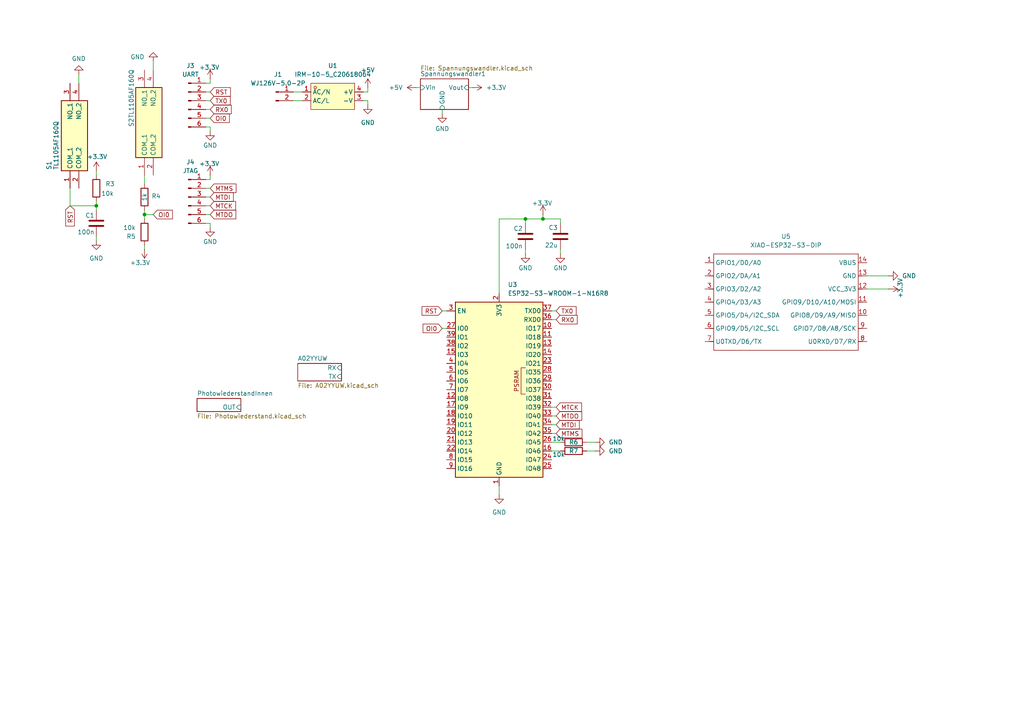
<source format=kicad_sch>
(kicad_sch (version 20250114) (generator "eeschema") (generator_version "9.0")
  (paper "A4")
  (lib_symbols
    (symbol "Connector:Conn_01x02_Pin" (pin_names (offset 1.016) (hide yes))
      (property "Reference" "J" (at 0 2.54 0))
      (property "Value" "Conn_01x02_Pin" (at 0 -5.08 0))
      (symbol "Conn_01x02_Pin_1_1"
        (rectangle (start 0.8636 0.127) (end 0 -0.127) (stroke (width 0.1524)) (fill (type outline)))
        (rectangle (start 0.8636 -2.413) (end 0 -2.667) (stroke (width 0.1524)) (fill (type outline)))
        (polyline (pts (xy 1.27 0) (xy 0.8636 0)) (stroke (width 0.1524)))
        (polyline (pts (xy 1.27 -2.54) (xy 0.8636 -2.54)) (stroke (width 0.1524)))
        (pin passive line (at 5.08 0 180) (length 3.81) (name "Pin_1") (number "1"))
        (pin passive line (at 5.08 -2.54 180) (length 3.81) (name "Pin_2") (number "2"))
      )
    )
    (symbol "Connector:Conn_01x06_Pin" (pin_names (offset 1.016) (hide yes))
      (property "Reference" "J" (at 0 7.62 0))
      (property "Value" "Conn_01x06_Pin" (at 0 -10.16 0))
      (symbol "Conn_01x06_Pin_1_1"
        (rectangle (start 0.8636 5.207) (end 0 4.953) (stroke (width 0.1524)) (fill (type outline)))
        (rectangle (start 0.8636 2.667) (end 0 2.413) (stroke (width 0.1524)) (fill (type outline)))
        (rectangle (start 0.8636 0.127) (end 0 -0.127) (stroke (width 0.1524)) (fill (type outline)))
        (rectangle (start 0.8636 -2.413) (end 0 -2.667) (stroke (width 0.1524)) (fill (type outline)))
        (rectangle (start 0.8636 -4.953) (end 0 -5.207) (stroke (width 0.1524)) (fill (type outline)))
        (rectangle (start 0.8636 -7.493) (end 0 -7.747) (stroke (width 0.1524)) (fill (type outline)))
        (polyline (pts (xy 1.27 5.08) (xy 0.8636 5.08)) (stroke (width 0.1524)))
        (polyline (pts (xy 1.27 2.54) (xy 0.8636 2.54)) (stroke (width 0.1524)))
        (polyline (pts (xy 1.27 0) (xy 0.8636 0)) (stroke (width 0.1524)))
        (polyline (pts (xy 1.27 -2.54) (xy 0.8636 -2.54)) (stroke (width 0.1524)))
        (polyline (pts (xy 1.27 -5.08) (xy 0.8636 -5.08)) (stroke (width 0.1524)))
        (polyline (pts (xy 1.27 -7.62) (xy 0.8636 -7.62)) (stroke (width 0.1524)))
        (pin passive line (at 5.08 5.08 180) (length 3.81) (name "Pin_1") (number "1"))
        (pin passive line (at 5.08 2.54 180) (length 3.81) (name "Pin_2") (number "2"))
        (pin passive line (at 5.08 0 180) (length 3.81) (name "Pin_3") (number "3"))
        (pin passive line (at 5.08 -2.54 180) (length 3.81) (name "Pin_4") (number "4"))
        (pin passive line (at 5.08 -5.08 180) (length 3.81) (name "Pin_5") (number "5"))
        (pin passive line (at 5.08 -7.62 180) (length 3.81) (name "Pin_6") (number "6"))
      )
    )
    (symbol "Device:C" (pin_numbers (hide yes)) (pin_names (offset 0.254))
      (property "Reference" "C" (at 0.635 2.54 0))
      (property "Value" "C" (at 0.635 -2.54 0))
      (symbol "C_0_1"
        (polyline (pts (xy -2.032 0.762) (xy 2.032 0.762)) (stroke (width 0.508)))
        (polyline (pts (xy -2.032 -0.762) (xy 2.032 -0.762)) (stroke (width 0.508)))
      )
      (symbol "C_1_1"
        (pin passive line (at 0 3.81 270) (length 2.794) (name "~") (number "1"))
        (pin passive line (at 0 -3.81 90) (length 2.794) (name "~") (number "2"))
      )
    )
    (symbol "Device:R" (pin_numbers (hide yes)) (pin_names (offset 0))
      (property "Reference" "R" (at 2.032 0 90))
      (property "Value" "R" (at 0 0 90))
      (symbol "R_0_1"
        (rectangle (start -1.016 -2.54) (end 1.016 2.54) (stroke (width 0.254)))
      )
      (symbol "R_1_1"
        (pin passive line (at 0 3.81 270) (length 1.27) (name "~") (number "1"))
        (pin passive line (at 0 -3.81 90) (length 1.27) (name "~") (number "2"))
      )
    )
    (symbol "Felix:IRM-10-5_C20618064"
      (property "Reference" "U" (at 0 7.62 0))
      (property "Value" "IRM-10-5_C20618064" (at 0 -5.08 0))
      (symbol "IRM-10-5_C20618064_0_1"
        (rectangle (start -7.62 5.08) (end 5.08 -2.54) (fill (type background)))
        (circle (center -6.35 3.81) (radius 0.38))
        (pin unspecified line (at -10.16 2.54 0) (length 2.54) (name "AC/N") (number "1"))
        (pin unspecified line (at -10.16 0 0) (length 2.54) (name "AC/L") (number "2"))
        (pin unspecified line (at 7.62 2.54 180) (length 2.54) (name "+V") (number "4"))
        (pin unspecified line (at 7.62 0 180) (length 2.54) (name "-V") (number "3"))
      )
    )
    (symbol "RF_Module:ESP32-S3-WROOM-1"
      (property "Reference" "U" (at -12.7 26.67 0))
      (property "Value" "ESP32-S3-WROOM-1" (at 12.7 26.67 0))
      (symbol "ESP32-S3-WROOM-1_0_0"
        (rectangle (start -12.7 25.4) (end 12.7 -25.4) (stroke (width 0.254)) (fill (type background)))
        (text "PSRAM" (at 5.08 2.54 900) (effects (font (size 1.27 1.27))))
      )
      (symbol "ESP32-S3-WROOM-1_0_1"
        (polyline (pts (xy 7.62 -1.27) (xy 6.35 -1.27) (xy 6.35 6.35) (xy 7.62 6.35)))
      )
      (symbol "ESP32-S3-WROOM-1_1_1"
        (pin input line (at -15.24 22.86 0) (length 2.54) (name "EN") (number "3"))
        (pin bidirectional line (at -15.24 17.78 0) (length 2.54) (name "IO0") (number "27"))
        (pin bidirectional line (at -15.24 15.24 0) (length 2.54) (name "IO1") (number "39"))
        (pin bidirectional line (at -15.24 12.7 0) (length 2.54) (name "IO2") (number "38"))
        (pin bidirectional line (at -15.24 10.16 0) (length 2.54) (name "IO3") (number "15"))
        (pin bidirectional line (at -15.24 7.62 0) (length 2.54) (name "IO4") (number "4"))
        (pin bidirectional line (at -15.24 5.08 0) (length 2.54) (name "IO5") (number "5"))
        (pin bidirectional line (at -15.24 2.54 0) (length 2.54) (name "IO6") (number "6"))
        (pin bidirectional line (at -15.24 0 0) (length 2.54) (name "IO7") (number "7"))
        (pin bidirectional line (at -15.24 -2.54 0) (length 2.54) (name "IO8") (number "12"))
        (pin bidirectional line (at -15.24 -5.08 0) (length 2.54) (name "IO9") (number "17"))
        (pin bidirectional line (at -15.24 -7.62 0) (length 2.54) (name "IO10") (number "18"))
        (pin bidirectional line (at -15.24 -10.16 0) (length 2.54) (name "IO11") (number "19"))
        (pin bidirectional line (at -15.24 -12.7 0) (length 2.54) (name "IO12") (number "20"))
        (pin bidirectional line (at -15.24 -15.24 0) (length 2.54) (name "IO13") (number "21"))
        (pin bidirectional line (at -15.24 -17.78 0) (length 2.54) (name "IO14") (number "22"))
        (pin bidirectional line (at -15.24 -20.32 0) (length 2.54) (name "IO15") (number "8"))
        (pin bidirectional line (at -15.24 -22.86 0) (length 2.54) (name "IO16") (number "9"))
        (pin power_in line (at 0 27.94 270) (length 2.54) (name "3V3") (number "2"))
        (pin power_in line (at 0 -27.94 90) (length 2.54) (name "GND") (number "1"))
        (pin passive line (at 0 -27.94 90) (length 2.54) (hide yes) (name "GND") (number "40"))
        (pin passive line (at 0 -27.94 90) (length 2.54) (hide yes) (name "GND") (number "41"))
        (pin bidirectional line (at 15.24 22.86 180) (length 2.54) (name "TXD0") (number "37"))
        (pin bidirectional line (at 15.24 20.32 180) (length 2.54) (name "RXD0") (number "36"))
        (pin bidirectional line (at 15.24 17.78 180) (length 2.54) (name "IO17") (number "10"))
        (pin bidirectional line (at 15.24 15.24 180) (length 2.54) (name "IO18") (number "11"))
        (pin bidirectional line (at 15.24 12.7 180) (length 2.54) (name "IO19") (number "13"))
        (pin bidirectional line (at 15.24 10.16 180) (length 2.54) (name "IO20") (number "14"))
        (pin bidirectional line (at 15.24 7.62 180) (length 2.54) (name "IO21") (number "23"))
        (pin bidirectional line (at 15.24 5.08 180) (length 2.54) (name "IO35") (number "28"))
        (pin bidirectional line (at 15.24 2.54 180) (length 2.54) (name "IO36") (number "29"))
        (pin bidirectional line (at 15.24 0 180) (length 2.54) (name "IO37") (number "30"))
        (pin bidirectional line (at 15.24 -2.54 180) (length 2.54) (name "IO38") (number "31"))
        (pin bidirectional line (at 15.24 -5.08 180) (length 2.54) (name "IO39") (number "32"))
        (pin bidirectional line (at 15.24 -7.62 180) (length 2.54) (name "IO40") (number "33"))
        (pin bidirectional line (at 15.24 -10.16 180) (length 2.54) (name "IO41") (number "34"))
        (pin bidirectional line (at 15.24 -12.7 180) (length 2.54) (name "IO42") (number "35"))
        (pin bidirectional line (at 15.24 -15.24 180) (length 2.54) (name "IO45") (number "26"))
        (pin bidirectional line (at 15.24 -17.78 180) (length 2.54) (name "IO46") (number "16"))
        (pin bidirectional line (at 15.24 -20.32 180) (length 2.54) (name "IO47") (number "24"))
        (pin bidirectional line (at 15.24 -22.86 180) (length 2.54) (name "IO48") (number "25"))
      )
    )
    (symbol "TL1105AF160Q:TL1105AF160Q"
      (property "Reference" "S" (at 26.67 7.62 0))
      (property "Value" "TL1105AF160Q" (at 26.67 5.08 0))
      (symbol "TL1105AF160Q_1_1"
        (rectangle (start 5.08 2.54) (end 25.4 -5.08) (stroke (width 0.254)) (fill (type background)))
        (pin passive line (at 0 0 0) (length 5.08) (name "COM_1") (number "1"))
        (pin passive line (at 0 -2.54 0) (length 5.08) (name "COM_2") (number "2"))
        (pin passive line (at 30.48 0 180) (length 5.08) (name "NO_1") (number "3"))
        (pin passive line (at 30.48 -2.54 180) (length 5.08) (name "NO_2") (number "4"))
      )
    )
    (symbol "XIAO-ESP32-S3-DIP_1"
      (property "Reference" "U" (at 1.27 0.508 0))
      (property "Value" "XIAO-ESP32-S3-DIP" (at 9.652 -1.778 0))
      (symbol "XIAO-ESP32-S3-DIP_1_1_0"
        (polyline (pts (xy 0 -2.54) (xy 41.91 -2.54)) (stroke (width 0.1524)))
        (polyline (pts (xy 0 -5.08) (xy -1.27 -5.08)) (stroke (width 0.1524)))
        (polyline (pts (xy 0 -5.08) (xy 0 -2.54)) (stroke (width 0.1524)))
        (polyline (pts (xy 0 -8.89) (xy -1.27 -8.89)) (stroke (width 0.1524)))
        (polyline (pts (xy 0 -8.89) (xy 0 -5.08)) (stroke (width 0.1524)))
        (polyline (pts (xy 0 -12.7) (xy -1.27 -12.7)) (stroke (width 0.1524)))
        (polyline (pts (xy 0 -12.7) (xy 0 -8.89)) (stroke (width 0.1524)))
        (polyline (pts (xy 0 -16.51) (xy -1.27 -16.51)) (stroke (width 0.1524)))
        (polyline (pts (xy 0 -16.51) (xy 0 -12.7)) (stroke (width 0.1524)))
        (polyline (pts (xy 0 -20.32) (xy -1.27 -20.32)) (stroke (width 0.1524)))
        (polyline (pts (xy 0 -24.13) (xy -1.27 -24.13)) (stroke (width 0.1524)))
        (polyline (pts (xy 0 -27.94) (xy -1.27 -27.94)) (stroke (width 0.1524)))
        (polyline (pts (xy 0 -30.48) (xy 0 -16.51)) (stroke (width 0.1524)))
        (polyline (pts (xy 41.91 -2.54) (xy 41.91 -5.08)) (stroke (width 0.1524)))
        (polyline (pts (xy 41.91 -5.08) (xy 41.91 -8.89)) (stroke (width 0.1524)))
        (polyline (pts (xy 41.91 -8.89) (xy 41.91 -12.7)) (stroke (width 0.1524)))
        (polyline (pts (xy 41.91 -12.7) (xy 41.91 -30.48)) (stroke (width 0.1524)))
        (polyline (pts (xy 41.91 -30.48) (xy 0 -30.48)) (stroke (width 0.1524)))
        (polyline (pts (xy 43.18 -5.08) (xy 41.91 -5.08)) (stroke (width 0.1524)))
        (polyline (pts (xy 43.18 -8.89) (xy 41.91 -8.89)) (stroke (width 0.1524)))
        (polyline (pts (xy 43.18 -12.7) (xy 41.91 -12.7)) (stroke (width 0.1524)))
        (polyline (pts (xy 43.18 -16.51) (xy 41.91 -16.51)) (stroke (width 0.1524)))
        (polyline (pts (xy 43.18 -20.32) (xy 41.91 -20.32)) (stroke (width 0.1524)))
        (polyline (pts (xy 43.18 -24.13) (xy 41.91 -24.13)) (stroke (width 0.1524)))
        (polyline (pts (xy 43.18 -27.94) (xy 41.91 -27.94)) (stroke (width 0.1524)))
        (pin passive line (at -2.54 -5.08 0) (length 2.54) (name "GPIO1/D0/A0") (number "1"))
        (pin passive line (at -2.54 -8.89 0) (length 2.54) (name "GPIO2/DA/A1") (number "2"))
        (pin passive line (at -2.54 -12.7 0) (length 2.54) (name "GPIO3/D2/A2") (number "3"))
        (pin passive line (at -2.54 -16.51 0) (length 2.54) (name "GPIO4/D3/A3") (number "4"))
        (pin passive line (at -2.54 -20.32 0) (length 2.54) (name "GPIO5/D4/I2C_SDA") (number "5"))
        (pin passive line (at -2.54 -24.13 0) (length 2.54) (name "GPIO9/D5/I2C_SCL") (number "6"))
        (pin passive line (at -2.54 -27.94 0) (length 2.54) (name "U0TXD/D6/TX") (number "7"))
        (pin passive line (at 44.45 -5.08 180) (length 2.54) (name "VBUS") (number "14"))
        (pin passive line (at 44.45 -8.89 180) (length 2.54) (name "GND") (number "13"))
        (pin passive line (at 44.45 -12.7 180) (length 2.54) (name "VCC_3V3") (number "12"))
        (pin passive line (at 44.45 -16.51 180) (length 2.54) (name "GPIO9/D10/A10/MOSI") (number "11"))
        (pin passive line (at 44.45 -20.32 180) (length 2.54) (name "GPIO8/D9/A9/MISO") (number "10"))
        (pin passive line (at 44.45 -24.13 180) (length 2.54) (name "GPIO7/D8/A8/SCK") (number "9"))
        (pin passive line (at 44.45 -27.94 180) (length 2.54) (name "U0RXD/D7/RX") (number "8"))
      )
    )
    (symbol "power:+3.3V" (power) (pin_numbers (hide yes)) (pin_names (offset 0) (hide yes))
      (property "Value" "+3.3V" (at 0 3.556 0))
      (symbol "+3.3V_0_1"
        (polyline (pts (xy -0.762 1.27) (xy 0 2.54)))
        (polyline (pts (xy 0 2.54) (xy 0.762 1.27)))
        (polyline (pts (xy 0 0) (xy 0 2.54)))
      )
      (symbol "+3.3V_1_1"
        (pin power_in line (at 0 0 90) (length 0) (name "~") (number "1"))
      )
    )
    (symbol "power:+5V" (power) (pin_numbers (hide yes)) (pin_names (offset 0) (hide yes))
      (property "Value" "+5V" (at 0 3.556 0))
      (symbol "+5V_0_1"
        (polyline (pts (xy -0.762 1.27) (xy 0 2.54)))
        (polyline (pts (xy 0 2.54) (xy 0.762 1.27)))
        (polyline (pts (xy 0 0) (xy 0 2.54)))
      )
      (symbol "+5V_1_1"
        (pin power_in line (at 0 0 90) (length 0) (name "~") (number "1"))
      )
    )
    (symbol "power:GND" (power) (pin_numbers (hide yes)) (pin_names (offset 0) (hide yes))
      (property "Value" "GND" (at 0 -3.81 0))
      (symbol "GND_0_1"
        (polyline (pts (xy 0 0) (xy 0 -1.27) (xy 1.27 -1.27) (xy 0 -2.54) (xy -1.27 -1.27) (xy 0 -1.27)))
      )
      (symbol "GND_1_1"
        (pin power_in line (at 0 0 270) (length 0) (name "~") (number "1"))
      )
    )
  )
  (junction (at 41.91 62.23))
  (junction (at 152.4 63.5))
  (junction (at 27.94 59.69))
  (junction (at 157.48 63.5))
  (wire (pts (xy 170.18 130.81) (xy 172.72 130.81)))
  (wire (pts (xy 152.4 63.5) (xy 157.48 63.5)))
  (wire (pts (xy 106.68 25.4) (xy 106.68 26.67)))
  (wire (pts (xy 20.32 59.69) (xy 27.94 59.69)))
  (wire (pts (xy 60.96 34.29) (xy 59.69 34.29)))
  (wire (pts (xy 60.96 57.15) (xy 59.69 57.15)))
  (wire (pts (xy 60.96 36.83) (xy 60.96 38.1)))
  (wire (pts (xy 60.96 59.69) (xy 59.69 59.69)))
  (wire (pts (xy 106.68 29.21) (xy 106.68 30.48)))
  (wire (pts (xy 162.56 73.66) (xy 162.56 72.39)))
  (wire (pts (xy 144.78 63.5) (xy 144.78 85.09)))
  (wire (pts (xy 251.46 80.01) (xy 257.81 80.01)))
  (wire (pts (xy 60.96 62.23) (xy 59.69 62.23)))
  (wire (pts (xy 60.96 50.8) (xy 60.96 52.07)))
  (wire (pts (xy 152.4 63.5) (xy 152.4 64.77)))
  (wire (pts (xy 44.45 20.32) (xy 44.45 17.78)))
  (wire (pts (xy 27.94 50.8) (xy 27.94 49.53)))
  (wire (pts (xy 144.78 140.97) (xy 144.78 143.51)))
  (wire (pts (xy 128.27 31.75) (xy 128.27 33.02)))
  (wire (pts (xy 59.69 64.77) (xy 60.96 64.77)))
  (wire (pts (xy 160.02 90.17) (xy 161.29 90.17)))
  (wire (pts (xy 60.96 24.13) (xy 59.69 24.13)))
  (wire (pts (xy 27.94 69.85) (xy 27.94 68.58)))
  (wire (pts (xy 59.69 36.83) (xy 60.96 36.83)))
  (wire (pts (xy 60.96 64.77) (xy 60.96 66.04)))
  (wire (pts (xy 162.56 63.5) (xy 162.56 64.77)))
  (wire (pts (xy 160.02 120.65) (xy 161.29 120.65)))
  (wire (pts (xy 41.91 62.23) (xy 41.91 63.5)))
  (wire (pts (xy 157.48 62.23) (xy 157.48 63.5)))
  (wire (pts (xy 160.02 130.81) (xy 162.56 130.81)))
  (wire (pts (xy 41.91 62.23) (xy 44.45 62.23)))
  (wire (pts (xy 251.46 83.82) (xy 257.81 83.82)))
  (wire (pts (xy 85.09 26.67) (xy 87.63 26.67)))
  (wire (pts (xy 27.94 60.96) (xy 27.94 59.69)))
  (wire (pts (xy 106.68 26.67) (xy 105.41 26.67)))
  (wire (pts (xy 105.41 29.21) (xy 106.68 29.21)))
  (wire (pts (xy 60.96 31.75) (xy 59.69 31.75)))
  (wire (pts (xy 170.18 128.27) (xy 172.72 128.27)))
  (wire (pts (xy 60.96 22.86) (xy 60.96 24.13)))
  (wire (pts (xy 27.94 58.42) (xy 27.94 59.69)))
  (wire (pts (xy 85.09 29.21) (xy 87.63 29.21)))
  (wire (pts (xy 41.91 72.39) (xy 41.91 71.12)))
  (wire (pts (xy 60.96 26.67) (xy 59.69 26.67)))
  (wire (pts (xy 120.65 25.4) (xy 121.92 25.4)))
  (wire (pts (xy 160.02 118.11) (xy 161.29 118.11)))
  (wire (pts (xy 20.32 54.61) (xy 20.32 59.69)))
  (wire (pts (xy 152.4 73.66) (xy 152.4 72.39)))
  (wire (pts (xy 160.02 125.73) (xy 161.29 125.73)))
  (wire (pts (xy 128.27 90.17) (xy 129.54 90.17)))
  (wire (pts (xy 22.86 24.13) (xy 22.86 21.59)))
  (wire (pts (xy 41.91 50.8) (xy 41.91 53.34)))
  (wire (pts (xy 41.91 60.96) (xy 41.91 62.23)))
  (wire (pts (xy 60.96 52.07) (xy 59.69 52.07)))
  (wire (pts (xy 157.48 63.5) (xy 162.56 63.5)))
  (wire (pts (xy 135.89 25.4) (xy 137.16 25.4)))
  (wire (pts (xy 160.02 123.19) (xy 161.29 123.19)))
  (wire (pts (xy 60.96 54.61) (xy 59.69 54.61)))
  (wire (pts (xy 144.78 63.5) (xy 152.4 63.5)))
  (wire (pts (xy 128.27 95.25) (xy 129.54 95.25)))
  (wire (pts (xy 60.96 29.21) (xy 59.69 29.21)))
  (wire (pts (xy 160.02 92.71) (xy 161.29 92.71)))
  (wire (pts (xy 160.02 128.27) (xy 162.56 128.27)))
  (global_label "OI0" (shape input) (at 128.27 95.25 180) (property "Intersheetrefs" "${INTERSHEET_REFS}" (effects (hide yes))))
  (global_label "OI0" (shape input) (at 60.96 34.29 0) (property "Intersheetrefs" "${INTERSHEET_REFS}" (effects (hide yes))))
  (global_label "RST" (shape input) (at 20.32 59.69 270) (property "Intersheetrefs" "${INTERSHEET_REFS}" (effects (hide yes))))
  (global_label "MTDO" (shape input) (at 60.96 62.23 0) (property "Intersheetrefs" "${INTERSHEET_REFS}" (effects (hide yes))))
  (global_label "TX0" (shape input) (at 161.29 90.17 0) (property "Intersheetrefs" "${INTERSHEET_REFS}" (effects (hide yes))))
  (global_label "MTCK" (shape input) (at 161.29 118.11 0) (property "Intersheetrefs" "${INTERSHEET_REFS}" (effects (hide yes))))
  (global_label "MTMS" (shape input) (at 161.29 125.73 0) (property "Intersheetrefs" "${INTERSHEET_REFS}" (effects (hide yes))))
  (global_label "RST" (shape input) (at 128.27 90.17 180) (property "Intersheetrefs" "${INTERSHEET_REFS}" (effects (hide yes))))
  (global_label "RST" (shape input) (at 60.96 26.67 0) (property "Intersheetrefs" "${INTERSHEET_REFS}" (effects (hide yes))))
  (global_label "MTDI" (shape input) (at 161.29 123.19 0) (property "Intersheetrefs" "${INTERSHEET_REFS}" (effects (hide yes))))
  (global_label "MTDO" (shape input) (at 161.29 120.65 0) (property "Intersheetrefs" "${INTERSHEET_REFS}" (effects (hide yes))))
  (global_label "TX0" (shape input) (at 60.96 29.21 0) (property "Intersheetrefs" "${INTERSHEET_REFS}" (effects (hide yes))))
  (global_label "MTMS" (shape input) (at 60.96 54.61 0) (property "Intersheetrefs" "${INTERSHEET_REFS}" (effects (hide yes))))
  (global_label "MTCK" (shape input) (at 60.96 59.69 0) (property "Intersheetrefs" "${INTERSHEET_REFS}" (effects (hide yes))))
  (global_label "OI0" (shape input) (at 44.45 62.23 0) (property "Intersheetrefs" "${INTERSHEET_REFS}" (effects (hide yes))))
  (global_label "RX0" (shape input) (at 60.96 31.75 0) (property "Intersheetrefs" "${INTERSHEET_REFS}" (effects (hide yes))))
  (global_label "MTDI" (shape input) (at 60.96 57.15 0) (property "Intersheetrefs" "${INTERSHEET_REFS}" (effects (hide yes))))
  (global_label "RX0" (shape input) (at 161.29 92.71 0) (property "Intersheetrefs" "${INTERSHEET_REFS}" (effects (hide yes))))
  (symbol (lib_id "RF_Module:ESP32-S3-WROOM-1") (at 144.78 113.03 0) (unit 1)
    (property "Reference" "U3" (at 147.282 82.55 0) (effects (justify left)))
    (property "Value" "ESP32-S3-WROOM-1-N16R8" (at 147.282 85.09 0) (effects (justify left)))
    (property "Footprint" "RF_Module:ESP32-S3-WROOM-1" (effects (hide yes)))
    (property "Datasheet" "https://www.espressif.com/sites/default/files/documentation/esp32-s3-wroom-1_wroom-1u_datasheet_en.pdf" (effects (hide yes)))
    (property "Description" "RF Module, ESP32-S3 SoC, Wi-Fi 802.11b/g/n, Bluetooth, BLE, 32-bit, 3.3V, onboard antenna, SMD" (effects (hide yes)))
  )
  (symbol (lib_id "power:GND") (at 60.96 38.1 0) (unit 1)
    (property "Reference" "#PWR014" (effects (hide yes)))
    (property "Value" "GND" (at 60.96 42.164 0))
    (property "Description" "Power symbol creates a global label with name \"GND\" , ground" (effects (hide yes)))
  )
  (symbol (lib_id "power:+3.3V") (at 60.96 50.8 0) (unit 1)
    (property "Reference" "#PWR015" (effects (hide yes)))
    (property "Value" "+3.3V" (at 60.706 47.498 0))
    (property "Description" "Power symbol creates a global label with name \"+3.3V\"" (effects (hide yes)))
  )
  (symbol (lib_id "Device:R") (at 166.37 130.81 270) (unit 1)
    (property "Reference" "R7" (at 166.37 130.81 90))
    (property "Value" "10k" (at 162.052 131.826 90))
    (property "Footprint" "Resistor_SMD:R_0603_1608Metric" (effects (hide yes)))
    (property "Description" "Resistor" (effects (hide yes)))
  )
  (symbol (lib_id "power:GND") (at 257.81 80.01 90) (unit 1)
    (property "Reference" "#PWR023" (effects (hide yes)))
    (property "Value" "GND" (at 261.62 80.0099 90) (effects (justify right)))
    (property "Description" "Power symbol creates a global label with name \"GND\" , ground" (effects (hide yes)))
  )
  (symbol (lib_id "power:GND") (at 44.45 17.78 180) (unit 1)
    (property "Reference" "#PWR012" (effects (hide yes)))
    (property "Value" "GND" (at 41.91 16.5101 0) (effects (justify left)))
    (property "Description" "Power symbol creates a global label with name \"GND\" , ground" (effects (hide yes)))
  )
  (symbol (lib_id "Device:C") (at 152.4 68.58 180) (unit 1)
    (property "Reference" "C2" (at 151.638 66.294 0) (effects (justify left)))
    (property "Value" "100n" (at 151.638 71.374 0) (effects (justify left)))
    (property "Footprint" "Capacitor_SMD:C_0603_1608Metric" (effects (hide yes)))
    (property "Description" "Unpolarized capacitor" (effects (hide yes)))
  )
  (symbol (lib_id "power:+3.3V") (at 157.48 62.23 0) (unit 1)
    (property "Reference" "#PWR019" (effects (hide yes)))
    (property "Value" "+3.3V" (at 157.226 58.928 0))
    (property "Description" "Power symbol creates a global label with name \"+3.3V\"" (effects (hide yes)))
  )
  (symbol (lib_id "Device:R") (at 41.91 57.15 180) (unit 1)
    (property "Reference" "R4" (at 43.942 56.896 0) (effects (justify right)))
    (property "Value" "1k" (at 41.91 58.42 90) (effects (justify right)))
    (property "Footprint" "Resistor_SMD:R_0603_1608Metric" (effects (hide yes)))
    (property "Description" "Resistor" (effects (hide yes)))
  )
  (symbol (lib_id "Device:C") (at 27.94 64.77 180) (unit 1)
    (property "Reference" "C1" (at 27.432 62.484 0) (effects (justify left)))
    (property "Value" "100n" (at 27.432 67.31 0) (effects (justify left)))
    (property "Footprint" "Capacitor_SMD:C_0603_1608Metric" (effects (hide yes)))
    (property "Description" "Unpolarized capacitor" (effects (hide yes)))
  )
  (symbol (lib_id "Connector:Conn_01x06_Pin") (at 54.61 29.21 0) (unit 1)
    (property "Reference" "J3" (at 55.245 19.05 0))
    (property "Value" "UART" (at 55.245 21.59 0))
    (property "Footprint" "Felix_ProgHeader:490107670612" (effects (hide yes)))
    (property "Description" "Generic connector, single row, 01x06, script generated" (effects (hide yes)))
  )
  (symbol (lib_id "power:GND") (at 60.96 66.04 0) (unit 1)
    (property "Reference" "#PWR016" (effects (hide yes)))
    (property "Value" "GND" (at 60.96 70.104 0))
    (property "Description" "Power symbol creates a global label with name \"GND\" , ground" (effects (hide yes)))
  )
  (symbol (lib_id "power:GND") (at 27.94 69.85 0) (unit 1)
    (property "Reference" "#PWR010" (effects (hide yes)))
    (property "Value" "GND" (at 27.94 74.93 0))
    (property "Description" "Power symbol creates a global label with name \"GND\" , ground" (effects (hide yes)))
  )
  (symbol (lib_id "power:+5V") (at 106.68 25.4 0) (unit 1)
    (property "Reference" "#PWR01" (effects (hide yes)))
    (property "Value" "+5V" (at 106.68 20.32 0))
    (property "Description" "Power symbol creates a global label with name \"+5V\"" (effects (hide yes)))
  )
  (symbol (lib_id "power:+3.3V") (at 60.96 22.86 0) (unit 1)
    (property "Reference" "#PWR013" (effects (hide yes)))
    (property "Value" "+3.3V" (at 60.706 19.558 0))
    (property "Description" "Power symbol creates a global label with name \"+3.3V\"" (effects (hide yes)))
  )
  (symbol (lib_id "Connector:Conn_01x02_Pin") (at 80.01 26.67 0) (unit 1)
    (property "Reference" "J1" (at 80.645 21.59 0))
    (property "Value" "WJ126V-5.0-2P" (at 80.645 24.13 0))
    (property "Footprint" "Felix:CONN-TH_WJ126V-5.0-2P" (effects (hide yes)))
    (property "Description" "Generic connector, single row, 01x02, script generated" (effects (hide yes)))
  )
  (symbol (lib_id "Device:R") (at 27.94 54.61 180) (unit 1)
    (property "Reference" "R3" (at 33.274 53.34 0) (effects (justify left)))
    (property "Value" "10k" (at 33.02 56.134 0) (effects (justify left)))
    (property "Footprint" "Resistor_SMD:R_0603_1608Metric" (effects (hide yes)))
    (property "Description" "Resistor" (effects (hide yes)))
  )
  (symbol (lib_id "power:+5V") (at 120.65 25.4 90) (unit 1)
    (property "Reference" "#PWR03" (effects (hide yes)))
    (property "Value" "+5V" (at 116.84 25.4001 90) (effects (justify left)))
    (property "Description" "Power symbol creates a global label with name \"+5V\"" (effects (hide yes)))
  )
  (symbol (lib_id "power:+3.3V") (at 41.91 72.39 180) (unit 1)
    (property "Reference" "#PWR011" (effects (hide yes)))
    (property "Value" "+3.3V" (at 40.64 76.2 0))
    (property "Description" "Power symbol creates a global label with name \"+3.3V\"" (effects (hide yes)))
  )
  (symbol (lib_id "power:GND") (at 172.72 130.81 90) (unit 1)
    (property "Reference" "#PWR022" (effects (hide yes)))
    (property "Value" "GND" (at 176.53 130.8099 90) (effects (justify right)))
    (property "Description" "Power symbol creates a global label with name \"GND\" , ground" (effects (hide yes)))
  )
  (symbol (lib_name "XIAO-ESP32-S3-DIP_1") (lib_id "Seeed_Studio_XIAO_Series:XIAO-ESP32-S3-DIP") (at 207.01 71.12 0) (unit 1)
    (property "Reference" "U5" (at 227.965 68.58 0))
    (property "Value" "XIAO-ESP32-S3-DIP" (at 227.965 71.12 0))
    (property "Footprint" "Seed Studio XIAO:XIAO-ESP32S3-DIP" (effects (hide yes)))
  )
  (symbol (lib_id "power:GND") (at 106.68 30.48 0) (unit 1)
    (property "Reference" "#PWR02" (effects (hide yes)))
    (property "Value" "GND" (at 106.68 35.56 0))
    (property "Description" "Power symbol creates a global label with name \"GND\" , ground" (effects (hide yes)))
  )
  (symbol (lib_id "Connector:Conn_01x06_Pin") (at 54.61 57.15 0) (unit 1)
    (property "Reference" "J4" (at 55.245 46.99 0))
    (property "Value" "JTAG" (at 55.245 49.53 0))
    (property "Footprint" "Felix_ProgHeader:490107670612" (effects (hide yes)))
    (property "Description" "Generic connector, single row, 01x06, script generated" (effects (hide yes)))
  )
  (symbol (lib_id "power:GND") (at 22.86 21.59 180) (unit 1)
    (property "Reference" "#PWR08" (effects (hide yes)))
    (property "Value" "GND" (at 24.892 17.018 0) (effects (justify left)))
    (property "Description" "Power symbol creates a global label with name \"GND\" , ground" (effects (hide yes)))
  )
  (symbol (lib_id "power:GND") (at 172.72 128.27 90) (unit 1)
    (property "Reference" "#PWR021" (effects (hide yes)))
    (property "Value" "GND" (at 176.53 128.2699 90) (effects (justify right)))
    (property "Description" "Power symbol creates a global label with name \"GND\" , ground" (effects (hide yes)))
  )
  (symbol (lib_id "power:+3.3V") (at 137.16 25.4 270) (unit 1)
    (property "Reference" "#PWR05" (effects (hide yes)))
    (property "Value" "+3.3V" (at 140.97 25.3999 90) (effects (justify left)))
    (property "Description" "Power symbol creates a global label with name \"+3.3V\"" (effects (hide yes)))
  )
  (symbol (lib_id "power:GND") (at 152.4 73.66 0) (unit 1)
    (property "Reference" "#PWR018" (effects (hide yes)))
    (property "Value" "GND" (at 152.4 77.724 0))
    (property "Description" "Power symbol creates a global label with name \"GND\" , ground" (effects (hide yes)))
  )
  (symbol (lib_id "Device:R") (at 41.91 67.31 180) (unit 1)
    (property "Reference" "R5" (at 39.37 68.5801 0) (effects (justify left)))
    (property "Value" "10k" (at 39.37 66.0401 0) (effects (justify left)))
    (property "Footprint" "Resistor_SMD:R_0603_1608Metric" (effects (hide yes)))
    (property "Description" "Resistor" (effects (hide yes)))
  )
  (symbol (lib_id "TL1105AF160Q:TL1105AF160Q") (at 20.32 54.61 90) (unit 1)
    (property "Reference" "S1" (at 14.224 49.276 0) (effects (justify left)))
    (property "Value" "TL1105AF160Q" (at 16.256 49.276 0) (effects (justify left)))
    (property "Footprint" "Library:TL1105AF160Q" (effects (hide yes)))
    (property "Datasheet" "https://configured-product-images.s3.amazonaws.com/2D/specs/TL1105AF160Q.pdf" (effects (hide yes)))
    (property "Description" "TACT, 50mA 12VDC, SPST-NO Off-(On), Through Hole PC Pin" (effects (hide yes)))
    (property "Height" "6.8" (effects (hide yes)))
    (property "Mouser Part Number" "612-TL1105A" (effects (hide yes)))
    (property "Mouser Price/Stock" "https://www.mouser.co.uk/ProductDetail/E-Switch/TL1105AF160Q?qs=YXf4ACKMM4wdc4witUH7eQ%3D%3D" (effects (hide yes)))
    (property "Manufacturer_Name" "E-Switch" (effects (hide yes)))
    (property "Manufacturer_Part_Number" "TL1105AF160Q" (effects (hide yes)))
  )
  (symbol (lib_id "power:GND") (at 144.78 143.51 0) (unit 1)
    (property "Reference" "#PWR017" (effects (hide yes)))
    (property "Value" "GND" (at 144.78 148.59 0))
    (property "Description" "Power symbol creates a global label with name \"GND\" , ground" (effects (hide yes)))
  )
  (symbol (lib_id "power:GND") (at 128.27 33.02 0) (unit 1)
    (property "Reference" "#PWR04" (effects (hide yes)))
    (property "Value" "GND" (at 128.27 37.338 0))
    (property "Description" "Power symbol creates a global label with name \"GND\" , ground" (effects (hide yes)))
  )
  (symbol (lib_id "Felix:IRM-10-5_C20618064") (at 97.79 29.21 0) (unit 1)
    (property "Reference" "U1" (at 96.52 19.05 0))
    (property "Value" "IRM-10-5_C20618064" (at 96.52 21.59 0))
    (property "Footprint" "Felix:PWRM-TH_4P-L45.7-W25.4-P8.0" (effects (hide yes)))
    (property "LCSC Part" "C20618064" (effects (hide yes)))
  )
  (symbol (lib_id "power:+3.3V") (at 257.81 83.82 270) (unit 1)
    (property "Reference" "#PWR024" (effects (hide yes)))
    (property "Value" "+3.3V" (at 261.112 83.566 0))
    (property "Description" "Power symbol creates a global label with name \"+3.3V\"" (effects (hide yes)))
  )
  (symbol (lib_id "power:GND") (at 162.56 73.66 0) (unit 1)
    (property "Reference" "#PWR020" (effects (hide yes)))
    (property "Value" "GND" (at 162.56 77.724 0))
    (property "Description" "Power symbol creates a global label with name \"GND\" , ground" (effects (hide yes)))
  )
  (symbol (lib_id "power:+3.3V") (at 27.94 49.53 0) (unit 1)
    (property "Reference" "#PWR09" (effects (hide yes)))
    (property "Value" "+3.3V" (at 28.194 45.466 0))
    (property "Description" "Power symbol creates a global label with name \"+3.3V\"" (effects (hide yes)))
  )
  (symbol (lib_id "TL1105AF160Q:TL1105AF160Q") (at 41.91 50.8 90) (unit 1)
    (property "Reference" "S2" (at 38.1 36.8301 0) (effects (justify left)))
    (property "Value" "TL1105AF160Q" (at 38.1 34.2901 0) (effects (justify left)))
    (property "Footprint" "Library:TL1105AF160Q" (effects (hide yes)))
    (property "Datasheet" "https://configured-product-images.s3.amazonaws.com/2D/specs/TL1105AF160Q.pdf" (effects (hide yes)))
    (property "Description" "TACT, 50mA 12VDC, SPST-NO Off-(On), Through Hole PC Pin" (effects (hide yes)))
    (property "Height" "6.8" (effects (hide yes)))
    (property "Mouser Part Number" "612-TL1105A" (effects (hide yes)))
    (property "Mouser Price/Stock" "https://www.mouser.co.uk/ProductDetail/E-Switch/TL1105AF160Q?qs=YXf4ACKMM4wdc4witUH7eQ%3D%3D" (effects (hide yes)))
    (property "Manufacturer_Name" "E-Switch" (effects (hide yes)))
    (property "Manufacturer_Part_Number" "TL1105AF160Q" (effects (hide yes)))
  )
  (symbol (lib_id "Device:R") (at 166.37 128.27 270) (unit 1)
    (property "Reference" "R6" (at 166.37 128.27 90))
    (property "Value" "10k" (at 162.052 127.254 90))
    (property "Footprint" "Resistor_SMD:R_0603_1608Metric" (effects (hide yes)))
    (property "Description" "Resistor" (effects (hide yes)))
  )
  (symbol (lib_id "Device:C") (at 162.56 68.58 180) (unit 1)
    (property "Reference" "C3" (at 161.798 66.04 0) (effects (justify left)))
    (property "Value" "22u" (at 161.798 71.12 0) (effects (justify left)))
    (property "Footprint" "Capacitor_SMD:C_0603_1608Metric" (effects (hide yes)))
    (property "Description" "Unpolarized capacitor" (effects (hide yes)))
  )
  (sheet (at 121.92 22.86) (size 13.97 8.89) (stroke (width 0.1524))
    (property "Sheetname" "Spannungswandler1" (at 121.92 22.1484 0) (effects (justify left bottom)))
    (property "Sheetfile" "Spannungswandler.kicad_sch" (at 121.92 19.05 0) (effects (justify left top)))
    (pin "Vout" input (at 135.89 25.4 0))
    (pin "GND" input (at 128.27 31.75 270))
    (pin "Vin" input (at 121.92 25.4 180))
  )
  (sheet (at 57.15 115.57) (size 12.7 3.81) (stroke (width 0.1524))
    (property "Sheetname" "PhotowiederstandInnen" (at 57.15 114.8584 0) (effects (justify left bottom)))
    (property "Sheetfile" "Photowiederstand.kicad_sch" (at 57.15 119.9646 0) (effects (justify left top)))
    (pin "OUT" input (at 69.85 118.11 0))
  )
  (sheet (at 86.36 105.41) (size 12.7 5.08) (stroke (width 0.1524))
    (property "Sheetname" "A02YYUW" (at 86.36 104.6984 0) (effects (justify left bottom)))
    (property "Sheetfile" "A02YYUW.kicad_sch" (at 86.36 111.0746 0) (effects (justify left top)))
    (pin "RX" input (at 99.06 106.68 0))
    (pin "TX" input (at 99.06 109.22 0))
  )
)
</source>
